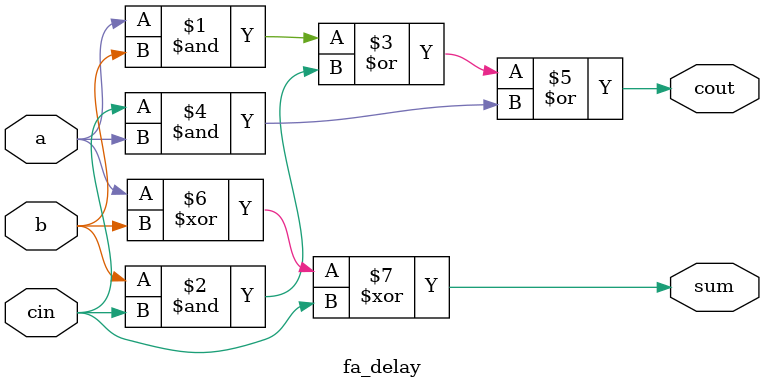
<source format=v>
`timescale 1ns / 1ps

module fa_delay( sum, cout, a, b, cin
    );
	 input wire a,b,cin;
	 output wire sum, cout;
	 assign #2 cout = (a&b)|(b&cin)|(cin&a);
	 assign #2 sum = a^b^cin;
endmodule

</source>
